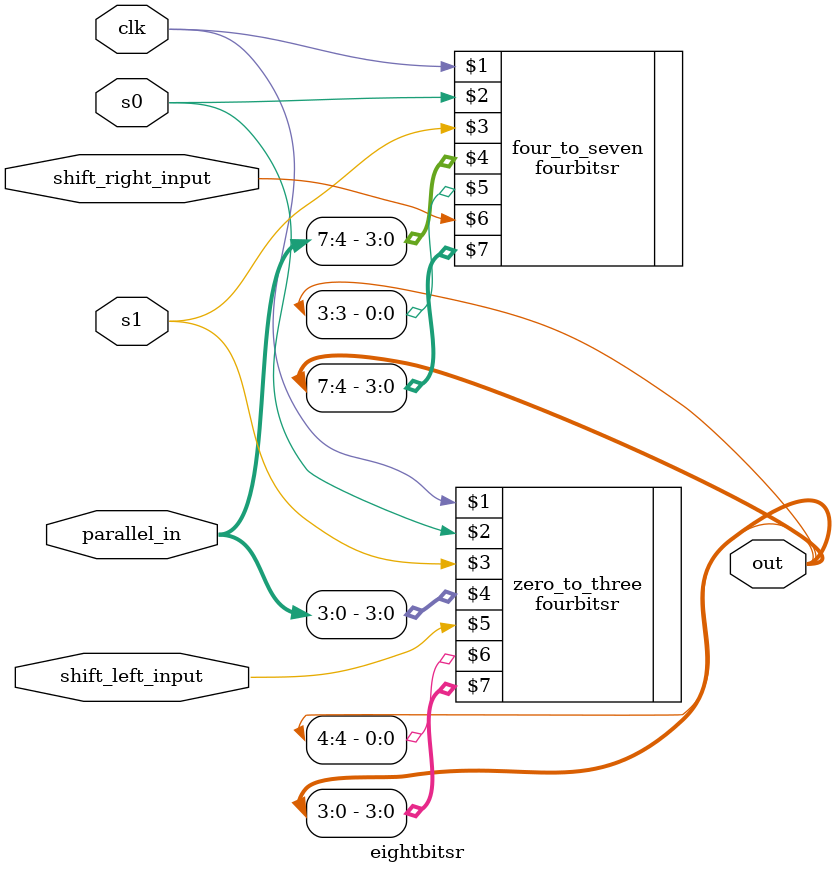
<source format=v>
`include "4bit_sr.v"

module eightbitsr(clk,s0,s1,parallel_in,shift_left_input,shift_right_input,out);
input [7:0] parallel_in;
input clk,s0,s1,shift_left_input,shift_right_input;
output [7:0] out;

fourbitsr zero_to_three (clk,s0,s1,parallel_in[3:0],shift_left_input,out[4],out[3:0]);
fourbitsr four_to_seven (clk,s0,s1,parallel_in[7:4],out[3],shift_right_input,out[7:4]);

endmodule
</source>
